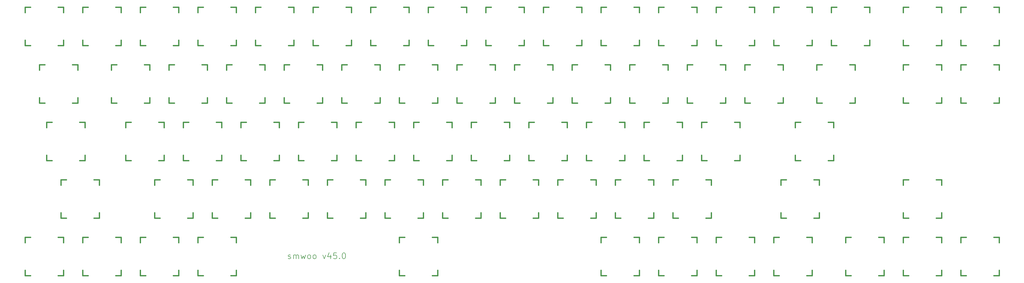
<source format=gto>
%TF.GenerationSoftware,KiCad,Pcbnew,(5.1.6-0-10_14)*%
%TF.CreationDate,2020-08-01T01:29:04+08:00*%
%TF.ProjectId,K45.0,4b34352e-302e-46b6-9963-61645f706362,rev?*%
%TF.SameCoordinates,Original*%
%TF.FileFunction,Legend,Top*%
%TF.FilePolarity,Positive*%
%FSLAX46Y46*%
G04 Gerber Fmt 4.6, Leading zero omitted, Abs format (unit mm)*
G04 Created by KiCad (PCBNEW (5.1.6-0-10_14)) date 2020-08-01 01:29:04*
%MOMM*%
%LPD*%
G01*
G04 APERTURE LIST*
%ADD10C,0.150000*%
%ADD11C,0.381000*%
G04 APERTURE END LIST*
D10*
X135523809Y-198309523D02*
X135714285Y-198404761D01*
X136095238Y-198404761D01*
X136285714Y-198309523D01*
X136380952Y-198119047D01*
X136380952Y-198023809D01*
X136285714Y-197833333D01*
X136095238Y-197738095D01*
X135809523Y-197738095D01*
X135619047Y-197642857D01*
X135523809Y-197452380D01*
X135523809Y-197357142D01*
X135619047Y-197166666D01*
X135809523Y-197071428D01*
X136095238Y-197071428D01*
X136285714Y-197166666D01*
X137238095Y-198404761D02*
X137238095Y-197071428D01*
X137238095Y-197261904D02*
X137333333Y-197166666D01*
X137523809Y-197071428D01*
X137809523Y-197071428D01*
X138000000Y-197166666D01*
X138095238Y-197357142D01*
X138095238Y-198404761D01*
X138095238Y-197357142D02*
X138190476Y-197166666D01*
X138380952Y-197071428D01*
X138666666Y-197071428D01*
X138857142Y-197166666D01*
X138952380Y-197357142D01*
X138952380Y-198404761D01*
X139714285Y-197071428D02*
X140095238Y-198404761D01*
X140476190Y-197452380D01*
X140857142Y-198404761D01*
X141238095Y-197071428D01*
X142285714Y-198404761D02*
X142095238Y-198309523D01*
X142000000Y-198214285D01*
X141904761Y-198023809D01*
X141904761Y-197452380D01*
X142000000Y-197261904D01*
X142095238Y-197166666D01*
X142285714Y-197071428D01*
X142571428Y-197071428D01*
X142761904Y-197166666D01*
X142857142Y-197261904D01*
X142952380Y-197452380D01*
X142952380Y-198023809D01*
X142857142Y-198214285D01*
X142761904Y-198309523D01*
X142571428Y-198404761D01*
X142285714Y-198404761D01*
X144095238Y-198404761D02*
X143904761Y-198309523D01*
X143809523Y-198214285D01*
X143714285Y-198023809D01*
X143714285Y-197452380D01*
X143809523Y-197261904D01*
X143904761Y-197166666D01*
X144095238Y-197071428D01*
X144380952Y-197071428D01*
X144571428Y-197166666D01*
X144666666Y-197261904D01*
X144761904Y-197452380D01*
X144761904Y-198023809D01*
X144666666Y-198214285D01*
X144571428Y-198309523D01*
X144380952Y-198404761D01*
X144095238Y-198404761D01*
X146952380Y-197071428D02*
X147428571Y-198404761D01*
X147904761Y-197071428D01*
X149523809Y-197071428D02*
X149523809Y-198404761D01*
X149047619Y-196309523D02*
X148571428Y-197738095D01*
X149809523Y-197738095D01*
X151523809Y-196404761D02*
X150571428Y-196404761D01*
X150476190Y-197357142D01*
X150571428Y-197261904D01*
X150761904Y-197166666D01*
X151238095Y-197166666D01*
X151428571Y-197261904D01*
X151523809Y-197357142D01*
X151619047Y-197547619D01*
X151619047Y-198023809D01*
X151523809Y-198214285D01*
X151428571Y-198309523D01*
X151238095Y-198404761D01*
X150761904Y-198404761D01*
X150571428Y-198309523D01*
X150476190Y-198214285D01*
X152476190Y-198214285D02*
X152571428Y-198309523D01*
X152476190Y-198404761D01*
X152380952Y-198309523D01*
X152476190Y-198214285D01*
X152476190Y-198404761D01*
X153809523Y-196404761D02*
X154000000Y-196404761D01*
X154190476Y-196500000D01*
X154285714Y-196595238D01*
X154380952Y-196785714D01*
X154476190Y-197166666D01*
X154476190Y-197642857D01*
X154380952Y-198023809D01*
X154285714Y-198214285D01*
X154190476Y-198309523D01*
X154000000Y-198404761D01*
X153809523Y-198404761D01*
X153619047Y-198309523D01*
X153523809Y-198214285D01*
X153428571Y-198023809D01*
X153333333Y-197642857D01*
X153333333Y-197166666D01*
X153428571Y-196785714D01*
X153523809Y-196595238D01*
X153619047Y-196500000D01*
X153809523Y-196404761D01*
D11*
%TO.C,K_PGDN1*%
X357981250Y-135921750D02*
X357981250Y-134143750D01*
X357981250Y-146843750D02*
X357981250Y-145065750D01*
X359759250Y-146843750D02*
X357981250Y-146843750D01*
X370681250Y-146843750D02*
X368903250Y-146843750D01*
X370681250Y-145065750D02*
X370681250Y-146843750D01*
X370681250Y-134143750D02*
X370681250Y-135921750D01*
X368903250Y-134143750D02*
X370681250Y-134143750D01*
X357981250Y-134143750D02*
X359759250Y-134143750D01*
%TO.C,K_ESC1*%
X48418750Y-116871750D02*
X48418750Y-115093750D01*
X48418750Y-127793750D02*
X48418750Y-126015750D01*
X50196750Y-127793750D02*
X48418750Y-127793750D01*
X61118750Y-127793750D02*
X59340750Y-127793750D01*
X61118750Y-126015750D02*
X61118750Y-127793750D01*
X61118750Y-115093750D02*
X61118750Y-116871750D01*
X59340750Y-115093750D02*
X61118750Y-115093750D01*
X48418750Y-115093750D02*
X50196750Y-115093750D01*
%TO.C,K_0*%
X238918750Y-115093750D02*
X240696750Y-115093750D01*
X249840750Y-115093750D02*
X251618750Y-115093750D01*
X251618750Y-115093750D02*
X251618750Y-116871750D01*
X251618750Y-126015750D02*
X251618750Y-127793750D01*
X251618750Y-127793750D02*
X249840750Y-127793750D01*
X240696750Y-127793750D02*
X238918750Y-127793750D01*
X238918750Y-127793750D02*
X238918750Y-126015750D01*
X238918750Y-116871750D02*
X238918750Y-115093750D01*
%TO.C,K_1*%
X67468750Y-115093750D02*
X69246750Y-115093750D01*
X78390750Y-115093750D02*
X80168750Y-115093750D01*
X80168750Y-115093750D02*
X80168750Y-116871750D01*
X80168750Y-126015750D02*
X80168750Y-127793750D01*
X80168750Y-127793750D02*
X78390750Y-127793750D01*
X69246750Y-127793750D02*
X67468750Y-127793750D01*
X67468750Y-127793750D02*
X67468750Y-126015750D01*
X67468750Y-116871750D02*
X67468750Y-115093750D01*
%TO.C,K_2*%
X86518750Y-115093750D02*
X88296750Y-115093750D01*
X97440750Y-115093750D02*
X99218750Y-115093750D01*
X99218750Y-115093750D02*
X99218750Y-116871750D01*
X99218750Y-126015750D02*
X99218750Y-127793750D01*
X99218750Y-127793750D02*
X97440750Y-127793750D01*
X88296750Y-127793750D02*
X86518750Y-127793750D01*
X86518750Y-127793750D02*
X86518750Y-126015750D01*
X86518750Y-116871750D02*
X86518750Y-115093750D01*
%TO.C,K_3*%
X105568750Y-115093750D02*
X107346750Y-115093750D01*
X116490750Y-115093750D02*
X118268750Y-115093750D01*
X118268750Y-115093750D02*
X118268750Y-116871750D01*
X118268750Y-126015750D02*
X118268750Y-127793750D01*
X118268750Y-127793750D02*
X116490750Y-127793750D01*
X107346750Y-127793750D02*
X105568750Y-127793750D01*
X105568750Y-127793750D02*
X105568750Y-126015750D01*
X105568750Y-116871750D02*
X105568750Y-115093750D01*
%TO.C,K_4*%
X124618750Y-115093750D02*
X126396750Y-115093750D01*
X135540750Y-115093750D02*
X137318750Y-115093750D01*
X137318750Y-115093750D02*
X137318750Y-116871750D01*
X137318750Y-126015750D02*
X137318750Y-127793750D01*
X137318750Y-127793750D02*
X135540750Y-127793750D01*
X126396750Y-127793750D02*
X124618750Y-127793750D01*
X124618750Y-127793750D02*
X124618750Y-126015750D01*
X124618750Y-116871750D02*
X124618750Y-115093750D01*
%TO.C,K_5*%
X143668750Y-115093750D02*
X145446750Y-115093750D01*
X154590750Y-115093750D02*
X156368750Y-115093750D01*
X156368750Y-115093750D02*
X156368750Y-116871750D01*
X156368750Y-126015750D02*
X156368750Y-127793750D01*
X156368750Y-127793750D02*
X154590750Y-127793750D01*
X145446750Y-127793750D02*
X143668750Y-127793750D01*
X143668750Y-127793750D02*
X143668750Y-126015750D01*
X143668750Y-116871750D02*
X143668750Y-115093750D01*
%TO.C,K_6*%
X162718750Y-115093750D02*
X164496750Y-115093750D01*
X173640750Y-115093750D02*
X175418750Y-115093750D01*
X175418750Y-115093750D02*
X175418750Y-116871750D01*
X175418750Y-126015750D02*
X175418750Y-127793750D01*
X175418750Y-127793750D02*
X173640750Y-127793750D01*
X164496750Y-127793750D02*
X162718750Y-127793750D01*
X162718750Y-127793750D02*
X162718750Y-126015750D01*
X162718750Y-116871750D02*
X162718750Y-115093750D01*
%TO.C,K_7*%
X181768750Y-115093750D02*
X183546750Y-115093750D01*
X192690750Y-115093750D02*
X194468750Y-115093750D01*
X194468750Y-115093750D02*
X194468750Y-116871750D01*
X194468750Y-126015750D02*
X194468750Y-127793750D01*
X194468750Y-127793750D02*
X192690750Y-127793750D01*
X183546750Y-127793750D02*
X181768750Y-127793750D01*
X181768750Y-127793750D02*
X181768750Y-126015750D01*
X181768750Y-116871750D02*
X181768750Y-115093750D01*
%TO.C,K_8*%
X200818750Y-115093750D02*
X202596750Y-115093750D01*
X211740750Y-115093750D02*
X213518750Y-115093750D01*
X213518750Y-115093750D02*
X213518750Y-116871750D01*
X213518750Y-126015750D02*
X213518750Y-127793750D01*
X213518750Y-127793750D02*
X211740750Y-127793750D01*
X202596750Y-127793750D02*
X200818750Y-127793750D01*
X200818750Y-127793750D02*
X200818750Y-126015750D01*
X200818750Y-116871750D02*
X200818750Y-115093750D01*
%TO.C,K_9*%
X219868750Y-115093750D02*
X221646750Y-115093750D01*
X230790750Y-115093750D02*
X232568750Y-115093750D01*
X232568750Y-115093750D02*
X232568750Y-116871750D01*
X232568750Y-126015750D02*
X232568750Y-127793750D01*
X232568750Y-127793750D02*
X230790750Y-127793750D01*
X221646750Y-127793750D02*
X219868750Y-127793750D01*
X219868750Y-127793750D02*
X219868750Y-126015750D01*
X219868750Y-116871750D02*
X219868750Y-115093750D01*
%TO.C,K_A1*%
X81756250Y-154971750D02*
X81756250Y-153193750D01*
X81756250Y-165893750D02*
X81756250Y-164115750D01*
X83534250Y-165893750D02*
X81756250Y-165893750D01*
X94456250Y-165893750D02*
X92678250Y-165893750D01*
X94456250Y-164115750D02*
X94456250Y-165893750D01*
X94456250Y-153193750D02*
X94456250Y-154971750D01*
X92678250Y-153193750D02*
X94456250Y-153193750D01*
X81756250Y-153193750D02*
X83534250Y-153193750D01*
%TO.C,K_B1*%
X167481250Y-172243750D02*
X169259250Y-172243750D01*
X178403250Y-172243750D02*
X180181250Y-172243750D01*
X180181250Y-172243750D02*
X180181250Y-174021750D01*
X180181250Y-183165750D02*
X180181250Y-184943750D01*
X180181250Y-184943750D02*
X178403250Y-184943750D01*
X169259250Y-184943750D02*
X167481250Y-184943750D01*
X167481250Y-184943750D02*
X167481250Y-183165750D01*
X167481250Y-174021750D02*
X167481250Y-172243750D01*
%TO.C,K_backslash1*%
X310356250Y-135921750D02*
X310356250Y-134143750D01*
X310356250Y-146843750D02*
X310356250Y-145065750D01*
X312134250Y-146843750D02*
X310356250Y-146843750D01*
X323056250Y-146843750D02*
X321278250Y-146843750D01*
X323056250Y-145065750D02*
X323056250Y-146843750D01*
X323056250Y-134143750D02*
X323056250Y-135921750D01*
X321278250Y-134143750D02*
X323056250Y-134143750D01*
X310356250Y-134143750D02*
X312134250Y-134143750D01*
%TO.C,K_C1*%
X129381250Y-172243750D02*
X131159250Y-172243750D01*
X140303250Y-172243750D02*
X142081250Y-172243750D01*
X142081250Y-172243750D02*
X142081250Y-174021750D01*
X142081250Y-183165750D02*
X142081250Y-184943750D01*
X142081250Y-184943750D02*
X140303250Y-184943750D01*
X131159250Y-184943750D02*
X129381250Y-184943750D01*
X129381250Y-184943750D02*
X129381250Y-183165750D01*
X129381250Y-174021750D02*
X129381250Y-172243750D01*
%TO.C,K_CAPLK1*%
X55562500Y-154971750D02*
X55562500Y-153193750D01*
X55562500Y-165893750D02*
X55562500Y-164115750D01*
X57340500Y-165893750D02*
X55562500Y-165893750D01*
X68262500Y-165893750D02*
X66484500Y-165893750D01*
X68262500Y-164115750D02*
X68262500Y-165893750D01*
X68262500Y-153193750D02*
X68262500Y-154971750D01*
X66484500Y-153193750D02*
X68262500Y-153193750D01*
X55562500Y-153193750D02*
X57340500Y-153193750D01*
%TO.C,K_comma1*%
X224631250Y-172243750D02*
X226409250Y-172243750D01*
X235553250Y-172243750D02*
X237331250Y-172243750D01*
X237331250Y-172243750D02*
X237331250Y-174021750D01*
X237331250Y-183165750D02*
X237331250Y-184943750D01*
X237331250Y-184943750D02*
X235553250Y-184943750D01*
X226409250Y-184943750D02*
X224631250Y-184943750D01*
X224631250Y-184943750D02*
X224631250Y-183165750D01*
X224631250Y-174021750D02*
X224631250Y-172243750D01*
%TO.C,K_D1*%
X119856250Y-153193750D02*
X121634250Y-153193750D01*
X130778250Y-153193750D02*
X132556250Y-153193750D01*
X132556250Y-153193750D02*
X132556250Y-154971750D01*
X132556250Y-164115750D02*
X132556250Y-165893750D01*
X132556250Y-165893750D02*
X130778250Y-165893750D01*
X121634250Y-165893750D02*
X119856250Y-165893750D01*
X119856250Y-165893750D02*
X119856250Y-164115750D01*
X119856250Y-154971750D02*
X119856250Y-153193750D01*
%TO.C,K_DEL1*%
X315118750Y-116871750D02*
X315118750Y-115093750D01*
X315118750Y-127793750D02*
X315118750Y-126015750D01*
X316896750Y-127793750D02*
X315118750Y-127793750D01*
X327818750Y-127793750D02*
X326040750Y-127793750D01*
X327818750Y-126015750D02*
X327818750Y-127793750D01*
X327818750Y-115093750D02*
X327818750Y-116871750D01*
X326040750Y-115093750D02*
X327818750Y-115093750D01*
X315118750Y-115093750D02*
X316896750Y-115093750D01*
%TO.C,K_DN1*%
X338931250Y-193071750D02*
X338931250Y-191293750D01*
X338931250Y-203993750D02*
X338931250Y-202215750D01*
X340709250Y-203993750D02*
X338931250Y-203993750D01*
X351631250Y-203993750D02*
X349853250Y-203993750D01*
X351631250Y-202215750D02*
X351631250Y-203993750D01*
X351631250Y-191293750D02*
X351631250Y-193071750D01*
X349853250Y-191293750D02*
X351631250Y-191293750D01*
X338931250Y-191293750D02*
X340709250Y-191293750D01*
%TO.C,K_dot1*%
X243681250Y-172243750D02*
X245459250Y-172243750D01*
X254603250Y-172243750D02*
X256381250Y-172243750D01*
X256381250Y-172243750D02*
X256381250Y-174021750D01*
X256381250Y-183165750D02*
X256381250Y-184943750D01*
X256381250Y-184943750D02*
X254603250Y-184943750D01*
X245459250Y-184943750D02*
X243681250Y-184943750D01*
X243681250Y-184943750D02*
X243681250Y-183165750D01*
X243681250Y-174021750D02*
X243681250Y-172243750D01*
%TO.C,K_E1*%
X115093750Y-135921750D02*
X115093750Y-134143750D01*
X115093750Y-146843750D02*
X115093750Y-145065750D01*
X116871750Y-146843750D02*
X115093750Y-146843750D01*
X127793750Y-146843750D02*
X126015750Y-146843750D01*
X127793750Y-145065750D02*
X127793750Y-146843750D01*
X127793750Y-134143750D02*
X127793750Y-135921750D01*
X126015750Y-134143750D02*
X127793750Y-134143750D01*
X115093750Y-134143750D02*
X116871750Y-134143750D01*
%TO.C,K_END1*%
X338931250Y-135921750D02*
X338931250Y-134143750D01*
X338931250Y-146843750D02*
X338931250Y-145065750D01*
X340709250Y-146843750D02*
X338931250Y-146843750D01*
X351631250Y-146843750D02*
X349853250Y-146843750D01*
X351631250Y-145065750D02*
X351631250Y-146843750D01*
X351631250Y-134143750D02*
X351631250Y-135921750D01*
X349853250Y-134143750D02*
X351631250Y-134143750D01*
X338931250Y-134143750D02*
X340709250Y-134143750D01*
%TO.C,K_ENTER1*%
X303212500Y-153193750D02*
X304990500Y-153193750D01*
X314134500Y-153193750D02*
X315912500Y-153193750D01*
X315912500Y-153193750D02*
X315912500Y-154971750D01*
X315912500Y-164115750D02*
X315912500Y-165893750D01*
X315912500Y-165893750D02*
X314134500Y-165893750D01*
X304990500Y-165893750D02*
X303212500Y-165893750D01*
X303212500Y-165893750D02*
X303212500Y-164115750D01*
X303212500Y-154971750D02*
X303212500Y-153193750D01*
%TO.C,K_F1*%
X138906250Y-153193750D02*
X140684250Y-153193750D01*
X149828250Y-153193750D02*
X151606250Y-153193750D01*
X151606250Y-153193750D02*
X151606250Y-154971750D01*
X151606250Y-164115750D02*
X151606250Y-165893750D01*
X151606250Y-165893750D02*
X149828250Y-165893750D01*
X140684250Y-165893750D02*
X138906250Y-165893750D01*
X138906250Y-165893750D02*
X138906250Y-164115750D01*
X138906250Y-154971750D02*
X138906250Y-153193750D01*
%TO.C,K_G1*%
X157956250Y-153193750D02*
X159734250Y-153193750D01*
X168878250Y-153193750D02*
X170656250Y-153193750D01*
X170656250Y-153193750D02*
X170656250Y-154971750D01*
X170656250Y-164115750D02*
X170656250Y-165893750D01*
X170656250Y-165893750D02*
X168878250Y-165893750D01*
X159734250Y-165893750D02*
X157956250Y-165893750D01*
X157956250Y-165893750D02*
X157956250Y-164115750D01*
X157956250Y-154971750D02*
X157956250Y-153193750D01*
%TO.C,K_H1*%
X177006250Y-153193750D02*
X178784250Y-153193750D01*
X187928250Y-153193750D02*
X189706250Y-153193750D01*
X189706250Y-153193750D02*
X189706250Y-154971750D01*
X189706250Y-164115750D02*
X189706250Y-165893750D01*
X189706250Y-165893750D02*
X187928250Y-165893750D01*
X178784250Y-165893750D02*
X177006250Y-165893750D01*
X177006250Y-165893750D02*
X177006250Y-164115750D01*
X177006250Y-154971750D02*
X177006250Y-153193750D01*
%TO.C,K_HOME1*%
X338931250Y-116871750D02*
X338931250Y-115093750D01*
X338931250Y-127793750D02*
X338931250Y-126015750D01*
X340709250Y-127793750D02*
X338931250Y-127793750D01*
X351631250Y-127793750D02*
X349853250Y-127793750D01*
X351631250Y-126015750D02*
X351631250Y-127793750D01*
X351631250Y-115093750D02*
X351631250Y-116871750D01*
X349853250Y-115093750D02*
X351631250Y-115093750D01*
X338931250Y-115093750D02*
X340709250Y-115093750D01*
%TO.C,K_I1*%
X210343750Y-135921750D02*
X210343750Y-134143750D01*
X210343750Y-146843750D02*
X210343750Y-145065750D01*
X212121750Y-146843750D02*
X210343750Y-146843750D01*
X223043750Y-146843750D02*
X221265750Y-146843750D01*
X223043750Y-145065750D02*
X223043750Y-146843750D01*
X223043750Y-134143750D02*
X223043750Y-135921750D01*
X221265750Y-134143750D02*
X223043750Y-134143750D01*
X210343750Y-134143750D02*
X212121750Y-134143750D01*
%TO.C,K_J1*%
X196056250Y-153193750D02*
X197834250Y-153193750D01*
X206978250Y-153193750D02*
X208756250Y-153193750D01*
X208756250Y-153193750D02*
X208756250Y-154971750D01*
X208756250Y-164115750D02*
X208756250Y-165893750D01*
X208756250Y-165893750D02*
X206978250Y-165893750D01*
X197834250Y-165893750D02*
X196056250Y-165893750D01*
X196056250Y-165893750D02*
X196056250Y-164115750D01*
X196056250Y-154971750D02*
X196056250Y-153193750D01*
%TO.C,K_K1*%
X215106250Y-153193750D02*
X216884250Y-153193750D01*
X226028250Y-153193750D02*
X227806250Y-153193750D01*
X227806250Y-153193750D02*
X227806250Y-154971750D01*
X227806250Y-164115750D02*
X227806250Y-165893750D01*
X227806250Y-165893750D02*
X226028250Y-165893750D01*
X216884250Y-165893750D02*
X215106250Y-165893750D01*
X215106250Y-165893750D02*
X215106250Y-164115750D01*
X215106250Y-154971750D02*
X215106250Y-153193750D01*
%TO.C,K_L1*%
X234156250Y-153193750D02*
X235934250Y-153193750D01*
X245078250Y-153193750D02*
X246856250Y-153193750D01*
X246856250Y-153193750D02*
X246856250Y-154971750D01*
X246856250Y-164115750D02*
X246856250Y-165893750D01*
X246856250Y-165893750D02*
X245078250Y-165893750D01*
X235934250Y-165893750D02*
X234156250Y-165893750D01*
X234156250Y-165893750D02*
X234156250Y-164115750D01*
X234156250Y-154971750D02*
X234156250Y-153193750D01*
%TO.C,K_LALT1*%
X86518750Y-193071750D02*
X86518750Y-191293750D01*
X86518750Y-203993750D02*
X86518750Y-202215750D01*
X88296750Y-203993750D02*
X86518750Y-203993750D01*
X99218750Y-203993750D02*
X97440750Y-203993750D01*
X99218750Y-202215750D02*
X99218750Y-203993750D01*
X99218750Y-191293750D02*
X99218750Y-193071750D01*
X97440750Y-191293750D02*
X99218750Y-191293750D01*
X86518750Y-191293750D02*
X88296750Y-191293750D01*
%TO.C,K_LCMD1*%
X105568750Y-193071750D02*
X105568750Y-191293750D01*
X105568750Y-203993750D02*
X105568750Y-202215750D01*
X107346750Y-203993750D02*
X105568750Y-203993750D01*
X118268750Y-203993750D02*
X116490750Y-203993750D01*
X118268750Y-202215750D02*
X118268750Y-203993750D01*
X118268750Y-191293750D02*
X118268750Y-193071750D01*
X116490750Y-191293750D02*
X118268750Y-191293750D01*
X105568750Y-191293750D02*
X107346750Y-191293750D01*
%TO.C,K_LCTRL1*%
X67468750Y-193071750D02*
X67468750Y-191293750D01*
X67468750Y-203993750D02*
X67468750Y-202215750D01*
X69246750Y-203993750D02*
X67468750Y-203993750D01*
X80168750Y-203993750D02*
X78390750Y-203993750D01*
X80168750Y-202215750D02*
X80168750Y-203993750D01*
X80168750Y-191293750D02*
X80168750Y-193071750D01*
X78390750Y-191293750D02*
X80168750Y-191293750D01*
X67468750Y-191293750D02*
X69246750Y-191293750D01*
%TO.C,K_leftsquare1*%
X267493750Y-135921750D02*
X267493750Y-134143750D01*
X267493750Y-146843750D02*
X267493750Y-145065750D01*
X269271750Y-146843750D02*
X267493750Y-146843750D01*
X280193750Y-146843750D02*
X278415750Y-146843750D01*
X280193750Y-145065750D02*
X280193750Y-146843750D01*
X280193750Y-134143750D02*
X280193750Y-135921750D01*
X278415750Y-134143750D02*
X280193750Y-134143750D01*
X267493750Y-134143750D02*
X269271750Y-134143750D01*
%TO.C,K_LFN1*%
X48418750Y-193071750D02*
X48418750Y-191293750D01*
X48418750Y-203993750D02*
X48418750Y-202215750D01*
X50196750Y-203993750D02*
X48418750Y-203993750D01*
X61118750Y-203993750D02*
X59340750Y-203993750D01*
X61118750Y-202215750D02*
X61118750Y-203993750D01*
X61118750Y-191293750D02*
X61118750Y-193071750D01*
X59340750Y-191293750D02*
X61118750Y-191293750D01*
X48418750Y-191293750D02*
X50196750Y-191293750D01*
%TO.C,K_LIFT1*%
X277018750Y-193071750D02*
X277018750Y-191293750D01*
X277018750Y-203993750D02*
X277018750Y-202215750D01*
X278796750Y-203993750D02*
X277018750Y-203993750D01*
X289718750Y-203993750D02*
X287940750Y-203993750D01*
X289718750Y-202215750D02*
X289718750Y-203993750D01*
X289718750Y-191293750D02*
X289718750Y-193071750D01*
X287940750Y-191293750D02*
X289718750Y-191293750D01*
X277018750Y-191293750D02*
X278796750Y-191293750D01*
%TO.C,K_LSHIFT1*%
X60325000Y-172243750D02*
X62103000Y-172243750D01*
X71247000Y-172243750D02*
X73025000Y-172243750D01*
X73025000Y-172243750D02*
X73025000Y-174021750D01*
X73025000Y-183165750D02*
X73025000Y-184943750D01*
X73025000Y-184943750D02*
X71247000Y-184943750D01*
X62103000Y-184943750D02*
X60325000Y-184943750D01*
X60325000Y-184943750D02*
X60325000Y-183165750D01*
X60325000Y-174021750D02*
X60325000Y-172243750D01*
%TO.C,K_LT1*%
X319881250Y-193071750D02*
X319881250Y-191293750D01*
X319881250Y-203993750D02*
X319881250Y-202215750D01*
X321659250Y-203993750D02*
X319881250Y-203993750D01*
X332581250Y-203993750D02*
X330803250Y-203993750D01*
X332581250Y-202215750D02*
X332581250Y-203993750D01*
X332581250Y-191293750D02*
X332581250Y-193071750D01*
X330803250Y-191293750D02*
X332581250Y-191293750D01*
X319881250Y-191293750D02*
X321659250Y-191293750D01*
%TO.C,K_M1*%
X205581250Y-172243750D02*
X207359250Y-172243750D01*
X216503250Y-172243750D02*
X218281250Y-172243750D01*
X218281250Y-172243750D02*
X218281250Y-174021750D01*
X218281250Y-183165750D02*
X218281250Y-184943750D01*
X218281250Y-184943750D02*
X216503250Y-184943750D01*
X207359250Y-184943750D02*
X205581250Y-184943750D01*
X205581250Y-184943750D02*
X205581250Y-183165750D01*
X205581250Y-174021750D02*
X205581250Y-172243750D01*
%TO.C,K_minus1*%
X257968750Y-115093750D02*
X259746750Y-115093750D01*
X268890750Y-115093750D02*
X270668750Y-115093750D01*
X270668750Y-115093750D02*
X270668750Y-116871750D01*
X270668750Y-126015750D02*
X270668750Y-127793750D01*
X270668750Y-127793750D02*
X268890750Y-127793750D01*
X259746750Y-127793750D02*
X257968750Y-127793750D01*
X257968750Y-127793750D02*
X257968750Y-126015750D01*
X257968750Y-116871750D02*
X257968750Y-115093750D01*
%TO.C,K_N1*%
X186531250Y-172243750D02*
X188309250Y-172243750D01*
X197453250Y-172243750D02*
X199231250Y-172243750D01*
X199231250Y-172243750D02*
X199231250Y-174021750D01*
X199231250Y-183165750D02*
X199231250Y-184943750D01*
X199231250Y-184943750D02*
X197453250Y-184943750D01*
X188309250Y-184943750D02*
X186531250Y-184943750D01*
X186531250Y-184943750D02*
X186531250Y-183165750D01*
X186531250Y-174021750D02*
X186531250Y-172243750D01*
%TO.C,K_O1*%
X229393750Y-135921750D02*
X229393750Y-134143750D01*
X229393750Y-146843750D02*
X229393750Y-145065750D01*
X231171750Y-146843750D02*
X229393750Y-146843750D01*
X242093750Y-146843750D02*
X240315750Y-146843750D01*
X242093750Y-145065750D02*
X242093750Y-146843750D01*
X242093750Y-134143750D02*
X242093750Y-135921750D01*
X240315750Y-134143750D02*
X242093750Y-134143750D01*
X229393750Y-134143750D02*
X231171750Y-134143750D01*
%TO.C,K_P1*%
X248443750Y-135921750D02*
X248443750Y-134143750D01*
X248443750Y-146843750D02*
X248443750Y-145065750D01*
X250221750Y-146843750D02*
X248443750Y-146843750D01*
X261143750Y-146843750D02*
X259365750Y-146843750D01*
X261143750Y-145065750D02*
X261143750Y-146843750D01*
X261143750Y-134143750D02*
X261143750Y-135921750D01*
X259365750Y-134143750D02*
X261143750Y-134143750D01*
X248443750Y-134143750D02*
X250221750Y-134143750D01*
%TO.C,K_PGUP1*%
X357981250Y-116871750D02*
X357981250Y-115093750D01*
X357981250Y-127793750D02*
X357981250Y-126015750D01*
X359759250Y-127793750D02*
X357981250Y-127793750D01*
X370681250Y-127793750D02*
X368903250Y-127793750D01*
X370681250Y-126015750D02*
X370681250Y-127793750D01*
X370681250Y-115093750D02*
X370681250Y-116871750D01*
X368903250Y-115093750D02*
X370681250Y-115093750D01*
X357981250Y-115093750D02*
X359759250Y-115093750D01*
%TO.C,K_plus1*%
X277018750Y-115093750D02*
X278796750Y-115093750D01*
X287940750Y-115093750D02*
X289718750Y-115093750D01*
X289718750Y-115093750D02*
X289718750Y-116871750D01*
X289718750Y-126015750D02*
X289718750Y-127793750D01*
X289718750Y-127793750D02*
X287940750Y-127793750D01*
X278796750Y-127793750D02*
X277018750Y-127793750D01*
X277018750Y-127793750D02*
X277018750Y-126015750D01*
X277018750Y-116871750D02*
X277018750Y-115093750D01*
%TO.C,K_Q1*%
X76993750Y-135921750D02*
X76993750Y-134143750D01*
X76993750Y-146843750D02*
X76993750Y-145065750D01*
X78771750Y-146843750D02*
X76993750Y-146843750D01*
X89693750Y-146843750D02*
X87915750Y-146843750D01*
X89693750Y-145065750D02*
X89693750Y-146843750D01*
X89693750Y-134143750D02*
X89693750Y-135921750D01*
X87915750Y-134143750D02*
X89693750Y-134143750D01*
X76993750Y-134143750D02*
X78771750Y-134143750D01*
%TO.C,K_quote1*%
X272256250Y-153193750D02*
X274034250Y-153193750D01*
X283178250Y-153193750D02*
X284956250Y-153193750D01*
X284956250Y-153193750D02*
X284956250Y-154971750D01*
X284956250Y-164115750D02*
X284956250Y-165893750D01*
X284956250Y-165893750D02*
X283178250Y-165893750D01*
X274034250Y-165893750D02*
X272256250Y-165893750D01*
X272256250Y-165893750D02*
X272256250Y-164115750D01*
X272256250Y-154971750D02*
X272256250Y-153193750D01*
%TO.C,K_R1*%
X134143750Y-135921750D02*
X134143750Y-134143750D01*
X134143750Y-146843750D02*
X134143750Y-145065750D01*
X135921750Y-146843750D02*
X134143750Y-146843750D01*
X146843750Y-146843750D02*
X145065750Y-146843750D01*
X146843750Y-145065750D02*
X146843750Y-146843750D01*
X146843750Y-134143750D02*
X146843750Y-135921750D01*
X145065750Y-134143750D02*
X146843750Y-134143750D01*
X134143750Y-134143750D02*
X135921750Y-134143750D01*
%TO.C,K_RALT1*%
X257968750Y-193071750D02*
X257968750Y-191293750D01*
X257968750Y-203993750D02*
X257968750Y-202215750D01*
X259746750Y-203993750D02*
X257968750Y-203993750D01*
X270668750Y-203993750D02*
X268890750Y-203993750D01*
X270668750Y-202215750D02*
X270668750Y-203993750D01*
X270668750Y-191293750D02*
X270668750Y-193071750D01*
X268890750Y-191293750D02*
X270668750Y-191293750D01*
X257968750Y-191293750D02*
X259746750Y-191293750D01*
%TO.C,K_RCMD1*%
X238918750Y-193071750D02*
X238918750Y-191293750D01*
X238918750Y-203993750D02*
X238918750Y-202215750D01*
X240696750Y-203993750D02*
X238918750Y-203993750D01*
X251618750Y-203993750D02*
X249840750Y-203993750D01*
X251618750Y-202215750D02*
X251618750Y-203993750D01*
X251618750Y-191293750D02*
X251618750Y-193071750D01*
X249840750Y-191293750D02*
X251618750Y-191293750D01*
X238918750Y-191293750D02*
X240696750Y-191293750D01*
%TO.C,K_RFN1*%
X296068750Y-193071750D02*
X296068750Y-191293750D01*
X296068750Y-203993750D02*
X296068750Y-202215750D01*
X297846750Y-203993750D02*
X296068750Y-203993750D01*
X308768750Y-203993750D02*
X306990750Y-203993750D01*
X308768750Y-202215750D02*
X308768750Y-203993750D01*
X308768750Y-191293750D02*
X308768750Y-193071750D01*
X306990750Y-191293750D02*
X308768750Y-191293750D01*
X296068750Y-191293750D02*
X297846750Y-191293750D01*
%TO.C,K_rightsquare1*%
X286543750Y-135921750D02*
X286543750Y-134143750D01*
X286543750Y-146843750D02*
X286543750Y-145065750D01*
X288321750Y-146843750D02*
X286543750Y-146843750D01*
X299243750Y-146843750D02*
X297465750Y-146843750D01*
X299243750Y-145065750D02*
X299243750Y-146843750D01*
X299243750Y-134143750D02*
X299243750Y-135921750D01*
X297465750Y-134143750D02*
X299243750Y-134143750D01*
X286543750Y-134143750D02*
X288321750Y-134143750D01*
%TO.C,K_RSHIFT1*%
X298450000Y-172243750D02*
X300228000Y-172243750D01*
X309372000Y-172243750D02*
X311150000Y-172243750D01*
X311150000Y-172243750D02*
X311150000Y-174021750D01*
X311150000Y-183165750D02*
X311150000Y-184943750D01*
X311150000Y-184943750D02*
X309372000Y-184943750D01*
X300228000Y-184943750D02*
X298450000Y-184943750D01*
X298450000Y-184943750D02*
X298450000Y-183165750D01*
X298450000Y-174021750D02*
X298450000Y-172243750D01*
%TO.C,K_RT1*%
X357981250Y-193071750D02*
X357981250Y-191293750D01*
X357981250Y-203993750D02*
X357981250Y-202215750D01*
X359759250Y-203993750D02*
X357981250Y-203993750D01*
X370681250Y-203993750D02*
X368903250Y-203993750D01*
X370681250Y-202215750D02*
X370681250Y-203993750D01*
X370681250Y-191293750D02*
X370681250Y-193071750D01*
X368903250Y-191293750D02*
X370681250Y-191293750D01*
X357981250Y-191293750D02*
X359759250Y-191293750D01*
%TO.C,K_S1*%
X100806250Y-154971750D02*
X100806250Y-153193750D01*
X100806250Y-165893750D02*
X100806250Y-164115750D01*
X102584250Y-165893750D02*
X100806250Y-165893750D01*
X113506250Y-165893750D02*
X111728250Y-165893750D01*
X113506250Y-164115750D02*
X113506250Y-165893750D01*
X113506250Y-153193750D02*
X113506250Y-154971750D01*
X111728250Y-153193750D02*
X113506250Y-153193750D01*
X100806250Y-153193750D02*
X102584250Y-153193750D01*
%TO.C,K_semicolon1*%
X253206250Y-153193750D02*
X254984250Y-153193750D01*
X264128250Y-153193750D02*
X265906250Y-153193750D01*
X265906250Y-153193750D02*
X265906250Y-154971750D01*
X265906250Y-164115750D02*
X265906250Y-165893750D01*
X265906250Y-165893750D02*
X264128250Y-165893750D01*
X254984250Y-165893750D02*
X253206250Y-165893750D01*
X253206250Y-165893750D02*
X253206250Y-164115750D01*
X253206250Y-154971750D02*
X253206250Y-153193750D01*
%TO.C,K_slash1*%
X262731250Y-172243750D02*
X264509250Y-172243750D01*
X273653250Y-172243750D02*
X275431250Y-172243750D01*
X275431250Y-172243750D02*
X275431250Y-174021750D01*
X275431250Y-183165750D02*
X275431250Y-184943750D01*
X275431250Y-184943750D02*
X273653250Y-184943750D01*
X264509250Y-184943750D02*
X262731250Y-184943750D01*
X262731250Y-184943750D02*
X262731250Y-183165750D01*
X262731250Y-174021750D02*
X262731250Y-172243750D01*
%TO.C,K_space1*%
X172243750Y-193071750D02*
X172243750Y-191293750D01*
X172243750Y-203993750D02*
X172243750Y-202215750D01*
X174021750Y-203993750D02*
X172243750Y-203993750D01*
X184943750Y-203993750D02*
X183165750Y-203993750D01*
X184943750Y-202215750D02*
X184943750Y-203993750D01*
X184943750Y-191293750D02*
X184943750Y-193071750D01*
X183165750Y-191293750D02*
X184943750Y-191293750D01*
X172243750Y-191293750D02*
X174021750Y-191293750D01*
%TO.C,K_T1*%
X153193750Y-135921750D02*
X153193750Y-134143750D01*
X153193750Y-146843750D02*
X153193750Y-145065750D01*
X154971750Y-146843750D02*
X153193750Y-146843750D01*
X165893750Y-146843750D02*
X164115750Y-146843750D01*
X165893750Y-145065750D02*
X165893750Y-146843750D01*
X165893750Y-134143750D02*
X165893750Y-135921750D01*
X164115750Y-134143750D02*
X165893750Y-134143750D01*
X153193750Y-134143750D02*
X154971750Y-134143750D01*
%TO.C,K_TAB1*%
X53181250Y-135921750D02*
X53181250Y-134143750D01*
X53181250Y-146843750D02*
X53181250Y-145065750D01*
X54959250Y-146843750D02*
X53181250Y-146843750D01*
X65881250Y-146843750D02*
X64103250Y-146843750D01*
X65881250Y-145065750D02*
X65881250Y-146843750D01*
X65881250Y-134143750D02*
X65881250Y-135921750D01*
X64103250Y-134143750D02*
X65881250Y-134143750D01*
X53181250Y-134143750D02*
X54959250Y-134143750D01*
%TO.C,K_tilde1*%
X296068750Y-115093750D02*
X297846750Y-115093750D01*
X306990750Y-115093750D02*
X308768750Y-115093750D01*
X308768750Y-115093750D02*
X308768750Y-116871750D01*
X308768750Y-126015750D02*
X308768750Y-127793750D01*
X308768750Y-127793750D02*
X306990750Y-127793750D01*
X297846750Y-127793750D02*
X296068750Y-127793750D01*
X296068750Y-127793750D02*
X296068750Y-126015750D01*
X296068750Y-116871750D02*
X296068750Y-115093750D01*
%TO.C,K_U1*%
X191293750Y-135921750D02*
X191293750Y-134143750D01*
X191293750Y-146843750D02*
X191293750Y-145065750D01*
X193071750Y-146843750D02*
X191293750Y-146843750D01*
X203993750Y-146843750D02*
X202215750Y-146843750D01*
X203993750Y-145065750D02*
X203993750Y-146843750D01*
X203993750Y-134143750D02*
X203993750Y-135921750D01*
X202215750Y-134143750D02*
X203993750Y-134143750D01*
X191293750Y-134143750D02*
X193071750Y-134143750D01*
%TO.C,K_UP1*%
X338931250Y-174021750D02*
X338931250Y-172243750D01*
X338931250Y-184943750D02*
X338931250Y-183165750D01*
X340709250Y-184943750D02*
X338931250Y-184943750D01*
X351631250Y-184943750D02*
X349853250Y-184943750D01*
X351631250Y-183165750D02*
X351631250Y-184943750D01*
X351631250Y-172243750D02*
X351631250Y-174021750D01*
X349853250Y-172243750D02*
X351631250Y-172243750D01*
X338931250Y-172243750D02*
X340709250Y-172243750D01*
%TO.C,K_V1*%
X148431250Y-172243750D02*
X150209250Y-172243750D01*
X159353250Y-172243750D02*
X161131250Y-172243750D01*
X161131250Y-172243750D02*
X161131250Y-174021750D01*
X161131250Y-183165750D02*
X161131250Y-184943750D01*
X161131250Y-184943750D02*
X159353250Y-184943750D01*
X150209250Y-184943750D02*
X148431250Y-184943750D01*
X148431250Y-184943750D02*
X148431250Y-183165750D01*
X148431250Y-174021750D02*
X148431250Y-172243750D01*
%TO.C,K_W1*%
X96043750Y-135921750D02*
X96043750Y-134143750D01*
X96043750Y-146843750D02*
X96043750Y-145065750D01*
X97821750Y-146843750D02*
X96043750Y-146843750D01*
X108743750Y-146843750D02*
X106965750Y-146843750D01*
X108743750Y-145065750D02*
X108743750Y-146843750D01*
X108743750Y-134143750D02*
X108743750Y-135921750D01*
X106965750Y-134143750D02*
X108743750Y-134143750D01*
X96043750Y-134143750D02*
X97821750Y-134143750D01*
%TO.C,K_X1*%
X110331250Y-172243750D02*
X112109250Y-172243750D01*
X121253250Y-172243750D02*
X123031250Y-172243750D01*
X123031250Y-172243750D02*
X123031250Y-174021750D01*
X123031250Y-183165750D02*
X123031250Y-184943750D01*
X123031250Y-184943750D02*
X121253250Y-184943750D01*
X112109250Y-184943750D02*
X110331250Y-184943750D01*
X110331250Y-184943750D02*
X110331250Y-183165750D01*
X110331250Y-174021750D02*
X110331250Y-172243750D01*
%TO.C,K_Y1*%
X172243750Y-135921750D02*
X172243750Y-134143750D01*
X172243750Y-146843750D02*
X172243750Y-145065750D01*
X174021750Y-146843750D02*
X172243750Y-146843750D01*
X184943750Y-146843750D02*
X183165750Y-146843750D01*
X184943750Y-145065750D02*
X184943750Y-146843750D01*
X184943750Y-134143750D02*
X184943750Y-135921750D01*
X183165750Y-134143750D02*
X184943750Y-134143750D01*
X172243750Y-134143750D02*
X174021750Y-134143750D01*
%TO.C,K_Z1*%
X91281250Y-172243750D02*
X93059250Y-172243750D01*
X102203250Y-172243750D02*
X103981250Y-172243750D01*
X103981250Y-172243750D02*
X103981250Y-174021750D01*
X103981250Y-183165750D02*
X103981250Y-184943750D01*
X103981250Y-184943750D02*
X102203250Y-184943750D01*
X93059250Y-184943750D02*
X91281250Y-184943750D01*
X91281250Y-184943750D02*
X91281250Y-183165750D01*
X91281250Y-174021750D02*
X91281250Y-172243750D01*
%TD*%
M02*

</source>
